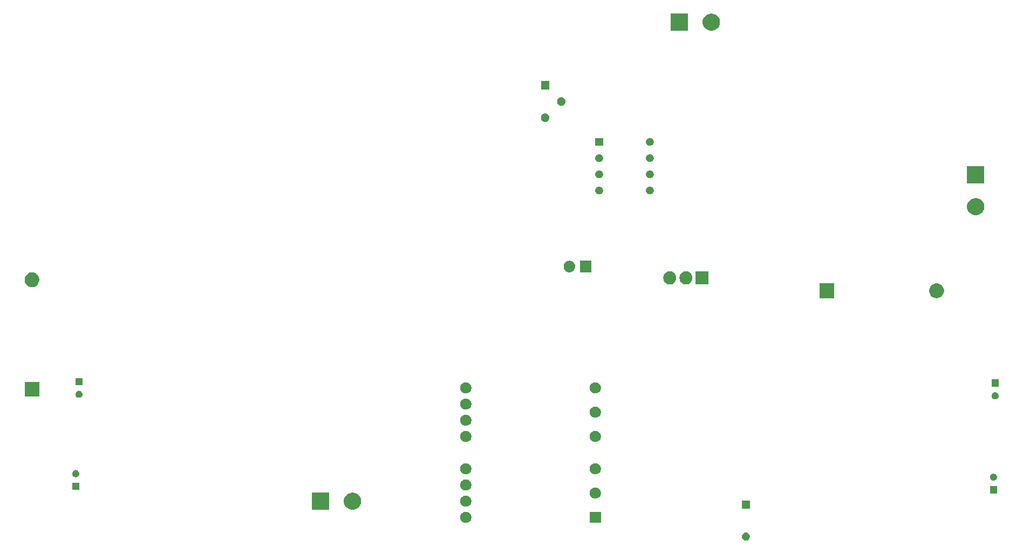
<source format=gbr>
G04 #@! TF.GenerationSoftware,KiCad,Pcbnew,(5.1.4)-1*
G04 #@! TF.CreationDate,2021-04-20T00:23:46+05:30*
G04 #@! TF.ProjectId,transformers-board,7472616e-7366-46f7-926d-6572732d626f,rev?*
G04 #@! TF.SameCoordinates,Original*
G04 #@! TF.FileFunction,Soldermask,Bot*
G04 #@! TF.FilePolarity,Negative*
%FSLAX46Y46*%
G04 Gerber Fmt 4.6, Leading zero omitted, Abs format (unit mm)*
G04 Created by KiCad (PCBNEW (5.1.4)-1) date 2021-04-20 00:23:46*
%MOMM*%
%LPD*%
G04 APERTURE LIST*
%ADD10C,0.100000*%
G04 APERTURE END LIST*
D10*
G36*
X174680597Y-128898056D02*
G01*
X174794521Y-128945245D01*
X174794522Y-128945246D01*
X174897052Y-129013754D01*
X174984246Y-129100948D01*
X174984247Y-129100950D01*
X175052755Y-129203479D01*
X175099944Y-129317403D01*
X175124000Y-129438343D01*
X175124000Y-129561657D01*
X175099944Y-129682597D01*
X175052755Y-129796521D01*
X175052754Y-129796522D01*
X174984246Y-129899052D01*
X174897052Y-129986246D01*
X174845438Y-130020733D01*
X174794521Y-130054755D01*
X174680597Y-130101944D01*
X174559657Y-130126000D01*
X174436343Y-130126000D01*
X174315403Y-130101944D01*
X174201479Y-130054755D01*
X174150562Y-130020733D01*
X174098948Y-129986246D01*
X174011754Y-129899052D01*
X173943246Y-129796522D01*
X173943245Y-129796521D01*
X173896056Y-129682597D01*
X173872000Y-129561657D01*
X173872000Y-129438343D01*
X173896056Y-129317403D01*
X173943245Y-129203479D01*
X174011753Y-129100950D01*
X174011754Y-129100948D01*
X174098948Y-129013754D01*
X174201478Y-128945246D01*
X174201479Y-128945245D01*
X174315403Y-128898056D01*
X174436343Y-128874000D01*
X174559657Y-128874000D01*
X174680597Y-128898056D01*
X174680597Y-128898056D01*
G37*
G36*
X151759500Y-127375500D02*
G01*
X149992500Y-127375500D01*
X149992500Y-125608500D01*
X151759500Y-125608500D01*
X151759500Y-127375500D01*
X151759500Y-127375500D01*
G37*
G36*
X130756810Y-125631135D02*
G01*
X130813707Y-125642452D01*
X130974494Y-125709052D01*
X130974496Y-125709053D01*
X131119196Y-125805738D01*
X131242262Y-125928804D01*
X131338947Y-126073504D01*
X131405548Y-126234294D01*
X131439500Y-126404981D01*
X131439500Y-126579019D01*
X131405548Y-126749706D01*
X131338947Y-126910496D01*
X131242262Y-127055196D01*
X131119196Y-127178262D01*
X130974496Y-127274947D01*
X130974495Y-127274948D01*
X130974494Y-127274948D01*
X130813707Y-127341548D01*
X130756810Y-127352865D01*
X130643019Y-127375500D01*
X130468981Y-127375500D01*
X130355190Y-127352865D01*
X130298293Y-127341548D01*
X130137506Y-127274948D01*
X130137505Y-127274948D01*
X130137504Y-127274947D01*
X129992804Y-127178262D01*
X129869738Y-127055196D01*
X129773053Y-126910496D01*
X129706452Y-126749706D01*
X129672500Y-126579019D01*
X129672500Y-126404981D01*
X129706452Y-126234294D01*
X129773053Y-126073504D01*
X129869738Y-125928804D01*
X129992804Y-125805738D01*
X130137504Y-125709053D01*
X130137506Y-125709052D01*
X130298293Y-125642452D01*
X130355190Y-125631135D01*
X130468981Y-125608500D01*
X130643019Y-125608500D01*
X130756810Y-125631135D01*
X130756810Y-125631135D01*
G37*
G36*
X113170072Y-122652918D02*
G01*
X113415939Y-122754759D01*
X113437277Y-122769017D01*
X113637211Y-122902609D01*
X113825391Y-123090789D01*
X113831877Y-123100496D01*
X113973241Y-123312061D01*
X114075082Y-123557928D01*
X114127000Y-123818938D01*
X114127000Y-124085062D01*
X114075082Y-124346072D01*
X113973241Y-124591939D01*
X113825390Y-124813212D01*
X113637212Y-125001390D01*
X113415939Y-125149241D01*
X113415938Y-125149242D01*
X113415937Y-125149242D01*
X113170072Y-125251082D01*
X112909063Y-125303000D01*
X112642937Y-125303000D01*
X112381928Y-125251082D01*
X112136063Y-125149242D01*
X112136062Y-125149242D01*
X112136061Y-125149241D01*
X111914788Y-125001390D01*
X111726610Y-124813212D01*
X111578759Y-124591939D01*
X111476918Y-124346072D01*
X111425000Y-124085062D01*
X111425000Y-123818938D01*
X111476918Y-123557928D01*
X111578759Y-123312061D01*
X111720123Y-123100496D01*
X111726609Y-123090789D01*
X111914789Y-122902609D01*
X112114723Y-122769017D01*
X112136061Y-122754759D01*
X112381928Y-122652918D01*
X112642937Y-122601000D01*
X112909063Y-122601000D01*
X113170072Y-122652918D01*
X113170072Y-122652918D01*
G37*
G36*
X109127000Y-125303000D02*
G01*
X106425000Y-125303000D01*
X106425000Y-122601000D01*
X109127000Y-122601000D01*
X109127000Y-125303000D01*
X109127000Y-125303000D01*
G37*
G36*
X175124000Y-125126000D02*
G01*
X173872000Y-125126000D01*
X173872000Y-123874000D01*
X175124000Y-123874000D01*
X175124000Y-125126000D01*
X175124000Y-125126000D01*
G37*
G36*
X130755068Y-123090788D02*
G01*
X130813707Y-123102452D01*
X130974494Y-123169052D01*
X130974496Y-123169053D01*
X131119196Y-123265738D01*
X131242262Y-123388804D01*
X131338947Y-123533504D01*
X131405548Y-123694294D01*
X131439500Y-123864981D01*
X131439500Y-124039019D01*
X131405548Y-124209706D01*
X131338947Y-124370496D01*
X131242262Y-124515196D01*
X131119196Y-124638262D01*
X130974496Y-124734947D01*
X130974495Y-124734948D01*
X130974494Y-124734948D01*
X130813707Y-124801548D01*
X130756810Y-124812865D01*
X130643019Y-124835500D01*
X130468981Y-124835500D01*
X130355190Y-124812865D01*
X130298293Y-124801548D01*
X130137506Y-124734948D01*
X130137505Y-124734948D01*
X130137504Y-124734947D01*
X129992804Y-124638262D01*
X129869738Y-124515196D01*
X129773053Y-124370496D01*
X129706452Y-124209706D01*
X129672500Y-124039019D01*
X129672500Y-123864981D01*
X129706452Y-123694294D01*
X129773053Y-123533504D01*
X129869738Y-123388804D01*
X129992804Y-123265738D01*
X130137504Y-123169053D01*
X130137506Y-123169052D01*
X130298293Y-123102452D01*
X130356932Y-123090788D01*
X130468981Y-123068500D01*
X130643019Y-123068500D01*
X130755068Y-123090788D01*
X130755068Y-123090788D01*
G37*
G36*
X151076810Y-121821135D02*
G01*
X151133707Y-121832452D01*
X151294494Y-121899052D01*
X151294496Y-121899053D01*
X151439196Y-121995738D01*
X151562262Y-122118804D01*
X151658947Y-122263504D01*
X151725548Y-122424294D01*
X151759500Y-122594981D01*
X151759500Y-122769019D01*
X151725548Y-122939706D01*
X151658947Y-123100496D01*
X151562262Y-123245196D01*
X151439196Y-123368262D01*
X151294496Y-123464947D01*
X151294495Y-123464948D01*
X151294494Y-123464948D01*
X151133707Y-123531548D01*
X151123873Y-123533504D01*
X150963019Y-123565500D01*
X150788981Y-123565500D01*
X150628127Y-123533504D01*
X150618293Y-123531548D01*
X150457506Y-123464948D01*
X150457505Y-123464948D01*
X150457504Y-123464947D01*
X150312804Y-123368262D01*
X150189738Y-123245196D01*
X150093053Y-123100496D01*
X150026452Y-122939706D01*
X149992500Y-122769019D01*
X149992500Y-122594981D01*
X150026452Y-122424294D01*
X150093053Y-122263504D01*
X150189738Y-122118804D01*
X150312804Y-121995738D01*
X150457504Y-121899053D01*
X150457506Y-121899052D01*
X150618293Y-121832452D01*
X150675190Y-121821135D01*
X150788981Y-121798500D01*
X150963019Y-121798500D01*
X151076810Y-121821135D01*
X151076810Y-121821135D01*
G37*
G36*
X213915000Y-122729000D02*
G01*
X212805000Y-122729000D01*
X212805000Y-121619000D01*
X213915000Y-121619000D01*
X213915000Y-122729000D01*
X213915000Y-122729000D01*
G37*
G36*
X130756810Y-120551135D02*
G01*
X130813707Y-120562452D01*
X130916666Y-120605099D01*
X130974496Y-120629053D01*
X131119196Y-120725738D01*
X131242262Y-120848804D01*
X131338947Y-120993504D01*
X131338948Y-120993506D01*
X131374361Y-121079000D01*
X131405548Y-121154294D01*
X131439500Y-121324981D01*
X131439500Y-121499019D01*
X131405548Y-121669706D01*
X131338947Y-121830496D01*
X131242262Y-121975196D01*
X131119196Y-122098262D01*
X130974496Y-122194947D01*
X130974495Y-122194948D01*
X130974494Y-122194948D01*
X130813707Y-122261548D01*
X130803873Y-122263504D01*
X130643019Y-122295500D01*
X130468981Y-122295500D01*
X130308127Y-122263504D01*
X130298293Y-122261548D01*
X130137506Y-122194948D01*
X130137505Y-122194948D01*
X130137504Y-122194947D01*
X129992804Y-122098262D01*
X129869738Y-121975196D01*
X129773053Y-121830496D01*
X129706452Y-121669706D01*
X129672500Y-121499019D01*
X129672500Y-121324981D01*
X129706452Y-121154294D01*
X129737640Y-121079000D01*
X129773052Y-120993506D01*
X129773053Y-120993504D01*
X129869738Y-120848804D01*
X129992804Y-120725738D01*
X130137504Y-120629053D01*
X130195334Y-120605099D01*
X130298293Y-120562452D01*
X130355190Y-120551135D01*
X130468981Y-120528500D01*
X130643019Y-120528500D01*
X130756810Y-120551135D01*
X130756810Y-120551135D01*
G37*
G36*
X69897000Y-122189000D02*
G01*
X68787000Y-122189000D01*
X68787000Y-121079000D01*
X69897000Y-121079000D01*
X69897000Y-122189000D01*
X69897000Y-122189000D01*
G37*
G36*
X213521886Y-119640328D02*
G01*
X213622892Y-119682166D01*
X213713789Y-119742901D01*
X213791099Y-119820211D01*
X213851834Y-119911108D01*
X213893672Y-120012114D01*
X213915000Y-120119336D01*
X213915000Y-120228664D01*
X213893672Y-120335886D01*
X213851834Y-120436892D01*
X213791099Y-120527789D01*
X213713789Y-120605099D01*
X213622892Y-120665834D01*
X213521886Y-120707672D01*
X213414664Y-120729000D01*
X213305336Y-120729000D01*
X213198114Y-120707672D01*
X213097108Y-120665834D01*
X213006211Y-120605099D01*
X212928901Y-120527789D01*
X212868166Y-120436892D01*
X212826328Y-120335886D01*
X212805000Y-120228664D01*
X212805000Y-120119336D01*
X212826328Y-120012114D01*
X212868166Y-119911108D01*
X212928901Y-119820211D01*
X213006211Y-119742901D01*
X213097108Y-119682166D01*
X213198114Y-119640328D01*
X213305336Y-119619000D01*
X213414664Y-119619000D01*
X213521886Y-119640328D01*
X213521886Y-119640328D01*
G37*
G36*
X69503886Y-119100328D02*
G01*
X69604892Y-119142166D01*
X69695789Y-119202901D01*
X69773099Y-119280211D01*
X69833834Y-119371108D01*
X69875672Y-119472114D01*
X69897000Y-119579336D01*
X69897000Y-119688664D01*
X69875672Y-119795886D01*
X69833834Y-119896892D01*
X69773099Y-119987789D01*
X69695789Y-120065099D01*
X69604892Y-120125834D01*
X69503886Y-120167672D01*
X69396664Y-120189000D01*
X69287336Y-120189000D01*
X69180114Y-120167672D01*
X69079108Y-120125834D01*
X68988211Y-120065099D01*
X68910901Y-119987789D01*
X68850166Y-119896892D01*
X68808328Y-119795886D01*
X68787000Y-119688664D01*
X68787000Y-119579336D01*
X68808328Y-119472114D01*
X68850166Y-119371108D01*
X68910901Y-119280211D01*
X68988211Y-119202901D01*
X69079108Y-119142166D01*
X69180114Y-119100328D01*
X69287336Y-119079000D01*
X69396664Y-119079000D01*
X69503886Y-119100328D01*
X69503886Y-119100328D01*
G37*
G36*
X130756810Y-118011135D02*
G01*
X130813707Y-118022452D01*
X130974494Y-118089052D01*
X130974496Y-118089053D01*
X131119196Y-118185738D01*
X131242262Y-118308804D01*
X131338947Y-118453504D01*
X131338948Y-118453506D01*
X131405548Y-118614293D01*
X131439500Y-118784983D01*
X131439500Y-118959017D01*
X131405548Y-119129707D01*
X131343207Y-119280211D01*
X131338947Y-119290496D01*
X131242262Y-119435196D01*
X131119196Y-119558262D01*
X130974496Y-119654947D01*
X130974495Y-119654948D01*
X130974494Y-119654948D01*
X130813707Y-119721548D01*
X130756810Y-119732865D01*
X130643019Y-119755500D01*
X130468981Y-119755500D01*
X130355190Y-119732865D01*
X130298293Y-119721548D01*
X130137506Y-119654948D01*
X130137505Y-119654948D01*
X130137504Y-119654947D01*
X129992804Y-119558262D01*
X129869738Y-119435196D01*
X129773053Y-119290496D01*
X129768793Y-119280211D01*
X129706452Y-119129707D01*
X129672500Y-118959017D01*
X129672500Y-118784983D01*
X129706452Y-118614293D01*
X129773052Y-118453506D01*
X129773053Y-118453504D01*
X129869738Y-118308804D01*
X129992804Y-118185738D01*
X130137504Y-118089053D01*
X130137506Y-118089052D01*
X130298293Y-118022452D01*
X130355190Y-118011135D01*
X130468981Y-117988500D01*
X130643019Y-117988500D01*
X130756810Y-118011135D01*
X130756810Y-118011135D01*
G37*
G36*
X151076810Y-118011135D02*
G01*
X151133707Y-118022452D01*
X151294494Y-118089052D01*
X151294496Y-118089053D01*
X151439196Y-118185738D01*
X151562262Y-118308804D01*
X151658947Y-118453504D01*
X151658948Y-118453506D01*
X151725548Y-118614293D01*
X151759500Y-118784983D01*
X151759500Y-118959017D01*
X151725548Y-119129707D01*
X151663207Y-119280211D01*
X151658947Y-119290496D01*
X151562262Y-119435196D01*
X151439196Y-119558262D01*
X151294496Y-119654947D01*
X151294495Y-119654948D01*
X151294494Y-119654948D01*
X151133707Y-119721548D01*
X151076810Y-119732865D01*
X150963019Y-119755500D01*
X150788981Y-119755500D01*
X150675190Y-119732865D01*
X150618293Y-119721548D01*
X150457506Y-119654948D01*
X150457505Y-119654948D01*
X150457504Y-119654947D01*
X150312804Y-119558262D01*
X150189738Y-119435196D01*
X150093053Y-119290496D01*
X150088793Y-119280211D01*
X150026452Y-119129707D01*
X149992500Y-118959017D01*
X149992500Y-118784983D01*
X150026452Y-118614293D01*
X150093052Y-118453506D01*
X150093053Y-118453504D01*
X150189738Y-118308804D01*
X150312804Y-118185738D01*
X150457504Y-118089053D01*
X150457506Y-118089052D01*
X150618293Y-118022452D01*
X150675190Y-118011135D01*
X150788981Y-117988500D01*
X150963019Y-117988500D01*
X151076810Y-118011135D01*
X151076810Y-118011135D01*
G37*
G36*
X130756810Y-112931135D02*
G01*
X130813707Y-112942452D01*
X130974494Y-113009052D01*
X130974496Y-113009053D01*
X131119196Y-113105738D01*
X131242262Y-113228804D01*
X131338947Y-113373504D01*
X131405548Y-113534294D01*
X131439500Y-113704981D01*
X131439500Y-113879019D01*
X131405548Y-114049706D01*
X131338947Y-114210496D01*
X131242262Y-114355196D01*
X131119196Y-114478262D01*
X130974496Y-114574947D01*
X130974495Y-114574948D01*
X130974494Y-114574948D01*
X130813707Y-114641548D01*
X130756810Y-114652865D01*
X130643019Y-114675500D01*
X130468981Y-114675500D01*
X130355190Y-114652865D01*
X130298293Y-114641548D01*
X130137506Y-114574948D01*
X130137505Y-114574948D01*
X130137504Y-114574947D01*
X129992804Y-114478262D01*
X129869738Y-114355196D01*
X129773053Y-114210496D01*
X129706452Y-114049706D01*
X129672500Y-113879019D01*
X129672500Y-113704981D01*
X129706452Y-113534294D01*
X129773053Y-113373504D01*
X129869738Y-113228804D01*
X129992804Y-113105738D01*
X130137504Y-113009053D01*
X130137506Y-113009052D01*
X130298293Y-112942452D01*
X130355190Y-112931135D01*
X130468981Y-112908500D01*
X130643019Y-112908500D01*
X130756810Y-112931135D01*
X130756810Y-112931135D01*
G37*
G36*
X151076810Y-112931135D02*
G01*
X151133707Y-112942452D01*
X151294494Y-113009052D01*
X151294496Y-113009053D01*
X151439196Y-113105738D01*
X151562262Y-113228804D01*
X151658947Y-113373504D01*
X151725548Y-113534294D01*
X151759500Y-113704981D01*
X151759500Y-113879019D01*
X151725548Y-114049706D01*
X151658947Y-114210496D01*
X151562262Y-114355196D01*
X151439196Y-114478262D01*
X151294496Y-114574947D01*
X151294495Y-114574948D01*
X151294494Y-114574948D01*
X151133707Y-114641548D01*
X151076810Y-114652865D01*
X150963019Y-114675500D01*
X150788981Y-114675500D01*
X150675190Y-114652865D01*
X150618293Y-114641548D01*
X150457506Y-114574948D01*
X150457505Y-114574948D01*
X150457504Y-114574947D01*
X150312804Y-114478262D01*
X150189738Y-114355196D01*
X150093053Y-114210496D01*
X150026452Y-114049706D01*
X149992500Y-113879019D01*
X149992500Y-113704981D01*
X150026452Y-113534294D01*
X150093053Y-113373504D01*
X150189738Y-113228804D01*
X150312804Y-113105738D01*
X150457504Y-113009053D01*
X150457506Y-113009052D01*
X150618293Y-112942452D01*
X150675190Y-112931135D01*
X150788981Y-112908500D01*
X150963019Y-112908500D01*
X151076810Y-112931135D01*
X151076810Y-112931135D01*
G37*
G36*
X130756810Y-110391135D02*
G01*
X130813707Y-110402452D01*
X130974494Y-110469052D01*
X130974496Y-110469053D01*
X131119196Y-110565738D01*
X131242262Y-110688804D01*
X131338947Y-110833504D01*
X131405548Y-110994294D01*
X131439500Y-111164981D01*
X131439500Y-111339019D01*
X131405548Y-111509706D01*
X131338947Y-111670496D01*
X131242262Y-111815196D01*
X131119196Y-111938262D01*
X130974496Y-112034947D01*
X130974495Y-112034948D01*
X130974494Y-112034948D01*
X130813707Y-112101548D01*
X130756810Y-112112865D01*
X130643019Y-112135500D01*
X130468981Y-112135500D01*
X130355190Y-112112865D01*
X130298293Y-112101548D01*
X130137506Y-112034948D01*
X130137505Y-112034948D01*
X130137504Y-112034947D01*
X129992804Y-111938262D01*
X129869738Y-111815196D01*
X129773053Y-111670496D01*
X129706452Y-111509706D01*
X129672500Y-111339019D01*
X129672500Y-111164981D01*
X129706452Y-110994294D01*
X129773053Y-110833504D01*
X129869738Y-110688804D01*
X129992804Y-110565738D01*
X130137504Y-110469053D01*
X130137506Y-110469052D01*
X130298293Y-110402452D01*
X130355190Y-110391135D01*
X130468981Y-110368500D01*
X130643019Y-110368500D01*
X130756810Y-110391135D01*
X130756810Y-110391135D01*
G37*
G36*
X151076810Y-109121135D02*
G01*
X151133707Y-109132452D01*
X151294494Y-109199052D01*
X151294496Y-109199053D01*
X151439196Y-109295738D01*
X151562262Y-109418804D01*
X151658947Y-109563504D01*
X151725548Y-109724294D01*
X151759500Y-109894981D01*
X151759500Y-110069019D01*
X151725548Y-110239706D01*
X151658947Y-110400496D01*
X151562262Y-110545196D01*
X151439196Y-110668262D01*
X151294496Y-110764947D01*
X151294495Y-110764948D01*
X151294494Y-110764948D01*
X151133707Y-110831548D01*
X151123873Y-110833504D01*
X150963019Y-110865500D01*
X150788981Y-110865500D01*
X150628127Y-110833504D01*
X150618293Y-110831548D01*
X150457506Y-110764948D01*
X150457505Y-110764948D01*
X150457504Y-110764947D01*
X150312804Y-110668262D01*
X150189738Y-110545196D01*
X150093053Y-110400496D01*
X150026452Y-110239706D01*
X149992500Y-110069019D01*
X149992500Y-109894981D01*
X150026452Y-109724294D01*
X150093053Y-109563504D01*
X150189738Y-109418804D01*
X150312804Y-109295738D01*
X150457504Y-109199053D01*
X150457506Y-109199052D01*
X150618293Y-109132452D01*
X150675190Y-109121135D01*
X150788981Y-109098500D01*
X150963019Y-109098500D01*
X151076810Y-109121135D01*
X151076810Y-109121135D01*
G37*
G36*
X130756810Y-107851135D02*
G01*
X130813707Y-107862452D01*
X130974494Y-107929052D01*
X130974496Y-107929053D01*
X131119196Y-108025738D01*
X131242262Y-108148804D01*
X131338947Y-108293504D01*
X131405548Y-108454294D01*
X131439500Y-108624981D01*
X131439500Y-108799019D01*
X131405548Y-108969706D01*
X131338947Y-109130496D01*
X131242262Y-109275196D01*
X131119196Y-109398262D01*
X130974496Y-109494947D01*
X130974495Y-109494948D01*
X130974494Y-109494948D01*
X130813707Y-109561548D01*
X130803873Y-109563504D01*
X130643019Y-109595500D01*
X130468981Y-109595500D01*
X130308127Y-109563504D01*
X130298293Y-109561548D01*
X130137506Y-109494948D01*
X130137505Y-109494948D01*
X130137504Y-109494947D01*
X129992804Y-109398262D01*
X129869738Y-109275196D01*
X129773053Y-109130496D01*
X129706452Y-108969706D01*
X129672500Y-108799019D01*
X129672500Y-108624981D01*
X129706452Y-108454294D01*
X129773053Y-108293504D01*
X129869738Y-108148804D01*
X129992804Y-108025738D01*
X130137504Y-107929053D01*
X130137506Y-107929052D01*
X130298293Y-107862452D01*
X130355190Y-107851135D01*
X130468981Y-107828500D01*
X130643019Y-107828500D01*
X130756810Y-107851135D01*
X130756810Y-107851135D01*
G37*
G36*
X213775886Y-106876328D02*
G01*
X213876892Y-106918166D01*
X213967789Y-106978901D01*
X214045099Y-107056211D01*
X214105834Y-107147108D01*
X214147672Y-107248114D01*
X214169000Y-107355336D01*
X214169000Y-107464664D01*
X214147672Y-107571886D01*
X214105834Y-107672892D01*
X214045099Y-107763789D01*
X213967789Y-107841099D01*
X213876892Y-107901834D01*
X213775886Y-107943672D01*
X213668664Y-107965000D01*
X213559336Y-107965000D01*
X213452114Y-107943672D01*
X213351108Y-107901834D01*
X213260211Y-107841099D01*
X213182901Y-107763789D01*
X213122166Y-107672892D01*
X213080328Y-107571886D01*
X213059000Y-107464664D01*
X213059000Y-107355336D01*
X213080328Y-107248114D01*
X213122166Y-107147108D01*
X213182901Y-107056211D01*
X213260211Y-106978901D01*
X213351108Y-106918166D01*
X213452114Y-106876328D01*
X213559336Y-106855000D01*
X213668664Y-106855000D01*
X213775886Y-106876328D01*
X213775886Y-106876328D01*
G37*
G36*
X70011886Y-106638328D02*
G01*
X70112892Y-106680166D01*
X70203789Y-106740901D01*
X70281099Y-106818211D01*
X70341834Y-106909108D01*
X70383672Y-107010114D01*
X70405000Y-107117336D01*
X70405000Y-107226664D01*
X70383672Y-107333886D01*
X70341834Y-107434892D01*
X70281099Y-107525789D01*
X70203789Y-107603099D01*
X70112892Y-107663834D01*
X70011886Y-107705672D01*
X69904664Y-107727000D01*
X69795336Y-107727000D01*
X69688114Y-107705672D01*
X69587108Y-107663834D01*
X69496211Y-107603099D01*
X69418901Y-107525789D01*
X69358166Y-107434892D01*
X69316328Y-107333886D01*
X69295000Y-107226664D01*
X69295000Y-107117336D01*
X69316328Y-107010114D01*
X69358166Y-106909108D01*
X69418901Y-106818211D01*
X69496211Y-106740901D01*
X69587108Y-106680166D01*
X69688114Y-106638328D01*
X69795336Y-106617000D01*
X69904664Y-106617000D01*
X70011886Y-106638328D01*
X70011886Y-106638328D01*
G37*
G36*
X63635000Y-107541000D02*
G01*
X61333000Y-107541000D01*
X61333000Y-105239000D01*
X63635000Y-105239000D01*
X63635000Y-107541000D01*
X63635000Y-107541000D01*
G37*
G36*
X130756810Y-105311135D02*
G01*
X130813707Y-105322452D01*
X130974494Y-105389052D01*
X130974496Y-105389053D01*
X131119196Y-105485738D01*
X131242262Y-105608804D01*
X131338947Y-105753504D01*
X131405548Y-105914294D01*
X131439500Y-106084981D01*
X131439500Y-106259019D01*
X131405548Y-106429706D01*
X131338947Y-106590496D01*
X131242262Y-106735196D01*
X131119196Y-106858262D01*
X130974496Y-106954947D01*
X130974495Y-106954948D01*
X130974494Y-106954948D01*
X130813707Y-107021548D01*
X130756810Y-107032865D01*
X130643019Y-107055500D01*
X130468981Y-107055500D01*
X130355190Y-107032865D01*
X130298293Y-107021548D01*
X130137506Y-106954948D01*
X130137505Y-106954948D01*
X130137504Y-106954947D01*
X129992804Y-106858262D01*
X129869738Y-106735196D01*
X129773053Y-106590496D01*
X129706452Y-106429706D01*
X129672500Y-106259019D01*
X129672500Y-106084981D01*
X129706452Y-105914294D01*
X129773053Y-105753504D01*
X129869738Y-105608804D01*
X129992804Y-105485738D01*
X130137504Y-105389053D01*
X130137506Y-105389052D01*
X130298293Y-105322452D01*
X130355190Y-105311135D01*
X130468981Y-105288500D01*
X130643019Y-105288500D01*
X130756810Y-105311135D01*
X130756810Y-105311135D01*
G37*
G36*
X151076810Y-105311135D02*
G01*
X151133707Y-105322452D01*
X151294494Y-105389052D01*
X151294496Y-105389053D01*
X151439196Y-105485738D01*
X151562262Y-105608804D01*
X151658947Y-105753504D01*
X151725548Y-105914294D01*
X151759500Y-106084981D01*
X151759500Y-106259019D01*
X151725548Y-106429706D01*
X151658947Y-106590496D01*
X151562262Y-106735196D01*
X151439196Y-106858262D01*
X151294496Y-106954947D01*
X151294495Y-106954948D01*
X151294494Y-106954948D01*
X151133707Y-107021548D01*
X151076810Y-107032865D01*
X150963019Y-107055500D01*
X150788981Y-107055500D01*
X150675190Y-107032865D01*
X150618293Y-107021548D01*
X150457506Y-106954948D01*
X150457505Y-106954948D01*
X150457504Y-106954947D01*
X150312804Y-106858262D01*
X150189738Y-106735196D01*
X150093053Y-106590496D01*
X150026452Y-106429706D01*
X149992500Y-106259019D01*
X149992500Y-106084981D01*
X150026452Y-105914294D01*
X150093053Y-105753504D01*
X150189738Y-105608804D01*
X150312804Y-105485738D01*
X150457504Y-105389053D01*
X150457506Y-105389052D01*
X150618293Y-105322452D01*
X150675190Y-105311135D01*
X150788981Y-105288500D01*
X150963019Y-105288500D01*
X151076810Y-105311135D01*
X151076810Y-105311135D01*
G37*
G36*
X214169000Y-105965000D02*
G01*
X213059000Y-105965000D01*
X213059000Y-104855000D01*
X214169000Y-104855000D01*
X214169000Y-105965000D01*
X214169000Y-105965000D01*
G37*
G36*
X70405000Y-105727000D02*
G01*
X69295000Y-105727000D01*
X69295000Y-104617000D01*
X70405000Y-104617000D01*
X70405000Y-105727000D01*
X70405000Y-105727000D01*
G37*
G36*
X188385000Y-92083000D02*
G01*
X186083000Y-92083000D01*
X186083000Y-89781000D01*
X188385000Y-89781000D01*
X188385000Y-92083000D01*
X188385000Y-92083000D01*
G37*
G36*
X204572084Y-89785917D02*
G01*
X204769734Y-89825232D01*
X204979203Y-89911997D01*
X205167720Y-90037960D01*
X205328040Y-90198280D01*
X205454003Y-90386797D01*
X205540768Y-90596266D01*
X205585000Y-90818636D01*
X205585000Y-91045364D01*
X205540768Y-91267734D01*
X205454003Y-91477203D01*
X205328040Y-91665720D01*
X205167720Y-91826040D01*
X204979203Y-91952003D01*
X204769734Y-92038768D01*
X204658549Y-92060884D01*
X204547365Y-92083000D01*
X204320635Y-92083000D01*
X204209451Y-92060884D01*
X204098266Y-92038768D01*
X203888797Y-91952003D01*
X203700280Y-91826040D01*
X203539960Y-91665720D01*
X203413997Y-91477203D01*
X203327232Y-91267734D01*
X203283000Y-91045364D01*
X203283000Y-90818636D01*
X203327232Y-90596266D01*
X203413997Y-90386797D01*
X203539960Y-90198280D01*
X203700280Y-90037960D01*
X203888797Y-89911997D01*
X204098266Y-89825232D01*
X204295916Y-89785917D01*
X204320635Y-89781000D01*
X204547365Y-89781000D01*
X204572084Y-89785917D01*
X204572084Y-89785917D01*
G37*
G36*
X62708549Y-88061116D02*
G01*
X62819734Y-88083232D01*
X63029203Y-88169997D01*
X63217720Y-88295960D01*
X63378040Y-88456280D01*
X63504003Y-88644797D01*
X63569619Y-88803207D01*
X63590768Y-88854267D01*
X63635000Y-89076635D01*
X63635000Y-89303365D01*
X63629029Y-89333381D01*
X63590768Y-89525734D01*
X63504003Y-89735203D01*
X63378040Y-89923720D01*
X63217720Y-90084040D01*
X63029203Y-90210003D01*
X62819734Y-90296768D01*
X62708549Y-90318884D01*
X62597365Y-90341000D01*
X62370635Y-90341000D01*
X62259451Y-90318884D01*
X62148266Y-90296768D01*
X61938797Y-90210003D01*
X61750280Y-90084040D01*
X61589960Y-89923720D01*
X61463997Y-89735203D01*
X61377232Y-89525734D01*
X61338971Y-89333381D01*
X61333000Y-89303365D01*
X61333000Y-89076635D01*
X61377232Y-88854267D01*
X61398382Y-88803207D01*
X61463997Y-88644797D01*
X61589960Y-88456280D01*
X61750280Y-88295960D01*
X61938797Y-88169997D01*
X62148266Y-88083232D01*
X62259451Y-88061116D01*
X62370635Y-88039000D01*
X62597365Y-88039000D01*
X62708549Y-88061116D01*
X62708549Y-88061116D01*
G37*
G36*
X165296720Y-87863520D02*
G01*
X165485881Y-87920901D01*
X165660212Y-88014083D01*
X165813015Y-88139485D01*
X165938417Y-88292288D01*
X165982182Y-88374167D01*
X166031598Y-88466617D01*
X166031599Y-88466620D01*
X166088980Y-88655781D01*
X166103500Y-88803207D01*
X166103500Y-88996794D01*
X166088980Y-89144220D01*
X166031599Y-89333381D01*
X165938417Y-89507712D01*
X165813015Y-89660515D01*
X165660212Y-89785917D01*
X165586658Y-89825232D01*
X165485883Y-89879098D01*
X165485880Y-89879099D01*
X165296719Y-89936480D01*
X165100000Y-89955855D01*
X164903280Y-89936480D01*
X164714119Y-89879099D01*
X164539788Y-89785917D01*
X164386985Y-89660515D01*
X164261583Y-89507712D01*
X164217818Y-89425833D01*
X164168402Y-89333383D01*
X164159296Y-89303364D01*
X164111020Y-89144219D01*
X164096500Y-88996793D01*
X164096500Y-88803206D01*
X164111020Y-88655780D01*
X164168401Y-88466619D01*
X164261583Y-88292288D01*
X164386985Y-88139485D01*
X164539788Y-88014083D01*
X164714120Y-87920901D01*
X164903281Y-87863520D01*
X165100000Y-87844145D01*
X165296720Y-87863520D01*
X165296720Y-87863520D01*
G37*
G36*
X162756720Y-87863520D02*
G01*
X162945881Y-87920901D01*
X163120212Y-88014083D01*
X163273015Y-88139485D01*
X163398417Y-88292288D01*
X163442182Y-88374167D01*
X163491598Y-88466617D01*
X163491599Y-88466620D01*
X163548980Y-88655781D01*
X163563500Y-88803207D01*
X163563500Y-88996794D01*
X163548980Y-89144220D01*
X163491599Y-89333381D01*
X163398417Y-89507712D01*
X163273015Y-89660515D01*
X163120212Y-89785917D01*
X163046658Y-89825232D01*
X162945883Y-89879098D01*
X162945880Y-89879099D01*
X162756719Y-89936480D01*
X162560000Y-89955855D01*
X162363280Y-89936480D01*
X162174119Y-89879099D01*
X161999788Y-89785917D01*
X161846985Y-89660515D01*
X161721583Y-89507712D01*
X161677818Y-89425833D01*
X161628402Y-89333383D01*
X161619296Y-89303364D01*
X161571020Y-89144219D01*
X161556500Y-88996793D01*
X161556500Y-88803206D01*
X161571020Y-88655780D01*
X161628401Y-88466619D01*
X161721583Y-88292288D01*
X161846985Y-88139485D01*
X161999788Y-88014083D01*
X162174120Y-87920901D01*
X162363281Y-87863520D01*
X162560000Y-87844145D01*
X162756720Y-87863520D01*
X162756720Y-87863520D01*
G37*
G36*
X168643500Y-89951000D02*
G01*
X166636500Y-89951000D01*
X166636500Y-87849000D01*
X168643500Y-87849000D01*
X168643500Y-89951000D01*
X168643500Y-89951000D01*
G37*
G36*
X150253000Y-88023000D02*
G01*
X148451000Y-88023000D01*
X148451000Y-86221000D01*
X150253000Y-86221000D01*
X150253000Y-88023000D01*
X150253000Y-88023000D01*
G37*
G36*
X146922443Y-86227519D02*
G01*
X146988627Y-86234037D01*
X147158466Y-86285557D01*
X147314991Y-86369222D01*
X147350729Y-86398552D01*
X147452186Y-86481814D01*
X147535448Y-86583271D01*
X147564778Y-86619009D01*
X147648443Y-86775534D01*
X147699963Y-86945373D01*
X147717359Y-87122000D01*
X147699963Y-87298627D01*
X147648443Y-87468466D01*
X147564778Y-87624991D01*
X147535448Y-87660729D01*
X147452186Y-87762186D01*
X147352317Y-87844145D01*
X147314991Y-87874778D01*
X147158466Y-87958443D01*
X146988627Y-88009963D01*
X146946795Y-88014083D01*
X146856260Y-88023000D01*
X146767740Y-88023000D01*
X146677205Y-88014083D01*
X146635373Y-88009963D01*
X146465534Y-87958443D01*
X146309009Y-87874778D01*
X146271683Y-87844145D01*
X146171814Y-87762186D01*
X146088552Y-87660729D01*
X146059222Y-87624991D01*
X145975557Y-87468466D01*
X145924037Y-87298627D01*
X145906641Y-87122000D01*
X145924037Y-86945373D01*
X145975557Y-86775534D01*
X146059222Y-86619009D01*
X146088552Y-86583271D01*
X146171814Y-86481814D01*
X146273271Y-86398552D01*
X146309009Y-86369222D01*
X146465534Y-86285557D01*
X146635373Y-86234037D01*
X146701557Y-86227519D01*
X146767740Y-86221000D01*
X146856260Y-86221000D01*
X146922443Y-86227519D01*
X146922443Y-86227519D01*
G37*
G36*
X210960072Y-76424918D02*
G01*
X211205939Y-76526759D01*
X211427212Y-76674610D01*
X211615390Y-76862788D01*
X211763241Y-77084061D01*
X211865082Y-77329928D01*
X211917000Y-77590938D01*
X211917000Y-77857062D01*
X211865082Y-78118072D01*
X211763241Y-78363939D01*
X211615390Y-78585212D01*
X211427212Y-78773390D01*
X211205939Y-78921241D01*
X211205938Y-78921242D01*
X211205937Y-78921242D01*
X210960072Y-79023082D01*
X210699063Y-79075000D01*
X210432937Y-79075000D01*
X210171928Y-79023082D01*
X209926063Y-78921242D01*
X209926062Y-78921242D01*
X209926061Y-78921241D01*
X209704788Y-78773390D01*
X209516610Y-78585212D01*
X209368759Y-78363939D01*
X209266918Y-78118072D01*
X209215000Y-77857062D01*
X209215000Y-77590938D01*
X209266918Y-77329928D01*
X209368759Y-77084061D01*
X209516610Y-76862788D01*
X209704788Y-76674610D01*
X209926061Y-76526759D01*
X210171928Y-76424918D01*
X210432937Y-76373000D01*
X210699063Y-76373000D01*
X210960072Y-76424918D01*
X210960072Y-76424918D01*
G37*
G36*
X159597681Y-74591672D02*
G01*
X159709786Y-74638107D01*
X159810677Y-74705521D01*
X159896479Y-74791323D01*
X159963893Y-74892214D01*
X160010328Y-75004319D01*
X160034000Y-75123329D01*
X160034000Y-75244671D01*
X160010328Y-75363681D01*
X159963893Y-75475786D01*
X159896479Y-75576677D01*
X159810677Y-75662479D01*
X159709786Y-75729893D01*
X159597681Y-75776328D01*
X159478671Y-75800000D01*
X159357329Y-75800000D01*
X159238319Y-75776328D01*
X159126214Y-75729893D01*
X159025323Y-75662479D01*
X158939521Y-75576677D01*
X158872107Y-75475786D01*
X158825672Y-75363681D01*
X158802000Y-75244671D01*
X158802000Y-75123329D01*
X158825672Y-75004319D01*
X158872107Y-74892214D01*
X158939521Y-74791323D01*
X159025323Y-74705521D01*
X159126214Y-74638107D01*
X159238319Y-74591672D01*
X159357329Y-74568000D01*
X159478671Y-74568000D01*
X159597681Y-74591672D01*
X159597681Y-74591672D01*
G37*
G36*
X151657681Y-74591672D02*
G01*
X151769786Y-74638107D01*
X151870677Y-74705521D01*
X151956479Y-74791323D01*
X152023893Y-74892214D01*
X152070328Y-75004319D01*
X152094000Y-75123329D01*
X152094000Y-75244671D01*
X152070328Y-75363681D01*
X152023893Y-75475786D01*
X151956479Y-75576677D01*
X151870677Y-75662479D01*
X151769786Y-75729893D01*
X151657681Y-75776328D01*
X151538671Y-75800000D01*
X151417329Y-75800000D01*
X151298319Y-75776328D01*
X151186214Y-75729893D01*
X151085323Y-75662479D01*
X150999521Y-75576677D01*
X150932107Y-75475786D01*
X150885672Y-75363681D01*
X150862000Y-75244671D01*
X150862000Y-75123329D01*
X150885672Y-75004319D01*
X150932107Y-74892214D01*
X150999521Y-74791323D01*
X151085323Y-74705521D01*
X151186214Y-74638107D01*
X151298319Y-74591672D01*
X151417329Y-74568000D01*
X151538671Y-74568000D01*
X151657681Y-74591672D01*
X151657681Y-74591672D01*
G37*
G36*
X211917000Y-74075000D02*
G01*
X209215000Y-74075000D01*
X209215000Y-71373000D01*
X211917000Y-71373000D01*
X211917000Y-74075000D01*
X211917000Y-74075000D01*
G37*
G36*
X159597681Y-72051672D02*
G01*
X159709786Y-72098107D01*
X159810677Y-72165521D01*
X159896479Y-72251323D01*
X159963893Y-72352214D01*
X160010328Y-72464319D01*
X160034000Y-72583329D01*
X160034000Y-72704671D01*
X160010328Y-72823681D01*
X159963893Y-72935786D01*
X159896479Y-73036677D01*
X159810677Y-73122479D01*
X159709786Y-73189893D01*
X159597681Y-73236328D01*
X159478671Y-73260000D01*
X159357329Y-73260000D01*
X159238319Y-73236328D01*
X159126214Y-73189893D01*
X159025323Y-73122479D01*
X158939521Y-73036677D01*
X158872107Y-72935786D01*
X158825672Y-72823681D01*
X158802000Y-72704671D01*
X158802000Y-72583329D01*
X158825672Y-72464319D01*
X158872107Y-72352214D01*
X158939521Y-72251323D01*
X159025323Y-72165521D01*
X159126214Y-72098107D01*
X159238319Y-72051672D01*
X159357329Y-72028000D01*
X159478671Y-72028000D01*
X159597681Y-72051672D01*
X159597681Y-72051672D01*
G37*
G36*
X151657681Y-72051672D02*
G01*
X151769786Y-72098107D01*
X151870677Y-72165521D01*
X151956479Y-72251323D01*
X152023893Y-72352214D01*
X152070328Y-72464319D01*
X152094000Y-72583329D01*
X152094000Y-72704671D01*
X152070328Y-72823681D01*
X152023893Y-72935786D01*
X151956479Y-73036677D01*
X151870677Y-73122479D01*
X151769786Y-73189893D01*
X151657681Y-73236328D01*
X151538671Y-73260000D01*
X151417329Y-73260000D01*
X151298319Y-73236328D01*
X151186214Y-73189893D01*
X151085323Y-73122479D01*
X150999521Y-73036677D01*
X150932107Y-72935786D01*
X150885672Y-72823681D01*
X150862000Y-72704671D01*
X150862000Y-72583329D01*
X150885672Y-72464319D01*
X150932107Y-72352214D01*
X150999521Y-72251323D01*
X151085323Y-72165521D01*
X151186214Y-72098107D01*
X151298319Y-72051672D01*
X151417329Y-72028000D01*
X151538671Y-72028000D01*
X151657681Y-72051672D01*
X151657681Y-72051672D01*
G37*
G36*
X159597681Y-69511672D02*
G01*
X159709786Y-69558107D01*
X159810677Y-69625521D01*
X159896479Y-69711323D01*
X159963893Y-69812214D01*
X160010328Y-69924319D01*
X160034000Y-70043329D01*
X160034000Y-70164671D01*
X160010328Y-70283681D01*
X159963893Y-70395786D01*
X159896479Y-70496677D01*
X159810677Y-70582479D01*
X159709786Y-70649893D01*
X159597681Y-70696328D01*
X159478671Y-70720000D01*
X159357329Y-70720000D01*
X159238319Y-70696328D01*
X159126214Y-70649893D01*
X159025323Y-70582479D01*
X158939521Y-70496677D01*
X158872107Y-70395786D01*
X158825672Y-70283681D01*
X158802000Y-70164671D01*
X158802000Y-70043329D01*
X158825672Y-69924319D01*
X158872107Y-69812214D01*
X158939521Y-69711323D01*
X159025323Y-69625521D01*
X159126214Y-69558107D01*
X159238319Y-69511672D01*
X159357329Y-69488000D01*
X159478671Y-69488000D01*
X159597681Y-69511672D01*
X159597681Y-69511672D01*
G37*
G36*
X151657681Y-69511672D02*
G01*
X151769786Y-69558107D01*
X151870677Y-69625521D01*
X151956479Y-69711323D01*
X152023893Y-69812214D01*
X152070328Y-69924319D01*
X152094000Y-70043329D01*
X152094000Y-70164671D01*
X152070328Y-70283681D01*
X152023893Y-70395786D01*
X151956479Y-70496677D01*
X151870677Y-70582479D01*
X151769786Y-70649893D01*
X151657681Y-70696328D01*
X151538671Y-70720000D01*
X151417329Y-70720000D01*
X151298319Y-70696328D01*
X151186214Y-70649893D01*
X151085323Y-70582479D01*
X150999521Y-70496677D01*
X150932107Y-70395786D01*
X150885672Y-70283681D01*
X150862000Y-70164671D01*
X150862000Y-70043329D01*
X150885672Y-69924319D01*
X150932107Y-69812214D01*
X150999521Y-69711323D01*
X151085323Y-69625521D01*
X151186214Y-69558107D01*
X151298319Y-69511672D01*
X151417329Y-69488000D01*
X151538671Y-69488000D01*
X151657681Y-69511672D01*
X151657681Y-69511672D01*
G37*
G36*
X159597681Y-66971672D02*
G01*
X159709786Y-67018107D01*
X159810677Y-67085521D01*
X159896479Y-67171323D01*
X159963893Y-67272214D01*
X160010328Y-67384319D01*
X160034000Y-67503329D01*
X160034000Y-67624671D01*
X160010328Y-67743681D01*
X159963893Y-67855786D01*
X159896479Y-67956677D01*
X159810677Y-68042479D01*
X159709786Y-68109893D01*
X159597681Y-68156328D01*
X159478671Y-68180000D01*
X159357329Y-68180000D01*
X159238319Y-68156328D01*
X159126214Y-68109893D01*
X159025323Y-68042479D01*
X158939521Y-67956677D01*
X158872107Y-67855786D01*
X158825672Y-67743681D01*
X158802000Y-67624671D01*
X158802000Y-67503329D01*
X158825672Y-67384319D01*
X158872107Y-67272214D01*
X158939521Y-67171323D01*
X159025323Y-67085521D01*
X159126214Y-67018107D01*
X159238319Y-66971672D01*
X159357329Y-66948000D01*
X159478671Y-66948000D01*
X159597681Y-66971672D01*
X159597681Y-66971672D01*
G37*
G36*
X152094000Y-68180000D02*
G01*
X150862000Y-68180000D01*
X150862000Y-66948000D01*
X152094000Y-66948000D01*
X152094000Y-68180000D01*
X152094000Y-68180000D01*
G37*
G36*
X143195098Y-63117440D02*
G01*
X143315575Y-63167343D01*
X143424000Y-63239791D01*
X143516209Y-63332000D01*
X143588657Y-63440425D01*
X143638560Y-63560902D01*
X143664000Y-63688799D01*
X143664000Y-63819201D01*
X143638560Y-63947098D01*
X143588657Y-64067575D01*
X143516209Y-64176000D01*
X143424000Y-64268209D01*
X143315575Y-64340657D01*
X143315574Y-64340658D01*
X143315573Y-64340658D01*
X143195098Y-64390560D01*
X143067203Y-64416000D01*
X142936797Y-64416000D01*
X142808902Y-64390560D01*
X142688427Y-64340658D01*
X142688426Y-64340658D01*
X142688425Y-64340657D01*
X142580000Y-64268209D01*
X142487791Y-64176000D01*
X142415343Y-64067575D01*
X142365440Y-63947098D01*
X142340000Y-63819201D01*
X142340000Y-63688799D01*
X142365440Y-63560902D01*
X142415343Y-63440425D01*
X142487791Y-63332000D01*
X142580000Y-63239791D01*
X142688425Y-63167343D01*
X142808902Y-63117440D01*
X142936797Y-63092000D01*
X143067203Y-63092000D01*
X143195098Y-63117440D01*
X143195098Y-63117440D01*
G37*
G36*
X145735098Y-60577440D02*
G01*
X145855575Y-60627343D01*
X145964000Y-60699791D01*
X146056209Y-60792000D01*
X146128657Y-60900425D01*
X146178560Y-61020902D01*
X146204000Y-61148799D01*
X146204000Y-61279201D01*
X146178560Y-61407098D01*
X146128657Y-61527575D01*
X146056209Y-61636000D01*
X145964000Y-61728209D01*
X145855575Y-61800657D01*
X145855574Y-61800658D01*
X145855573Y-61800658D01*
X145735098Y-61850560D01*
X145607203Y-61876000D01*
X145476797Y-61876000D01*
X145348902Y-61850560D01*
X145228427Y-61800658D01*
X145228426Y-61800658D01*
X145228425Y-61800657D01*
X145120000Y-61728209D01*
X145027791Y-61636000D01*
X144955343Y-61527575D01*
X144905440Y-61407098D01*
X144880000Y-61279201D01*
X144880000Y-61148799D01*
X144905440Y-61020902D01*
X144955343Y-60900425D01*
X145027791Y-60792000D01*
X145120000Y-60699791D01*
X145228425Y-60627343D01*
X145348902Y-60577440D01*
X145476797Y-60552000D01*
X145607203Y-60552000D01*
X145735098Y-60577440D01*
X145735098Y-60577440D01*
G37*
G36*
X143664000Y-59336000D02*
G01*
X142340000Y-59336000D01*
X142340000Y-58012000D01*
X143664000Y-58012000D01*
X143664000Y-59336000D01*
X143664000Y-59336000D01*
G37*
G36*
X169478072Y-47468918D02*
G01*
X169723939Y-47570759D01*
X169945212Y-47718610D01*
X170133390Y-47906788D01*
X170281241Y-48128061D01*
X170383082Y-48373928D01*
X170435000Y-48634938D01*
X170435000Y-48901062D01*
X170383082Y-49162072D01*
X170281241Y-49407939D01*
X170133390Y-49629212D01*
X169945212Y-49817390D01*
X169723939Y-49965241D01*
X169723938Y-49965242D01*
X169723937Y-49965242D01*
X169478072Y-50067082D01*
X169217063Y-50119000D01*
X168950937Y-50119000D01*
X168689928Y-50067082D01*
X168444063Y-49965242D01*
X168444062Y-49965242D01*
X168444061Y-49965241D01*
X168222788Y-49817390D01*
X168034610Y-49629212D01*
X167886759Y-49407939D01*
X167784918Y-49162072D01*
X167733000Y-48901062D01*
X167733000Y-48634938D01*
X167784918Y-48373928D01*
X167886759Y-48128061D01*
X168034610Y-47906788D01*
X168222788Y-47718610D01*
X168444061Y-47570759D01*
X168689928Y-47468918D01*
X168950937Y-47417000D01*
X169217063Y-47417000D01*
X169478072Y-47468918D01*
X169478072Y-47468918D01*
G37*
G36*
X165435000Y-50119000D02*
G01*
X162733000Y-50119000D01*
X162733000Y-47417000D01*
X165435000Y-47417000D01*
X165435000Y-50119000D01*
X165435000Y-50119000D01*
G37*
M02*

</source>
